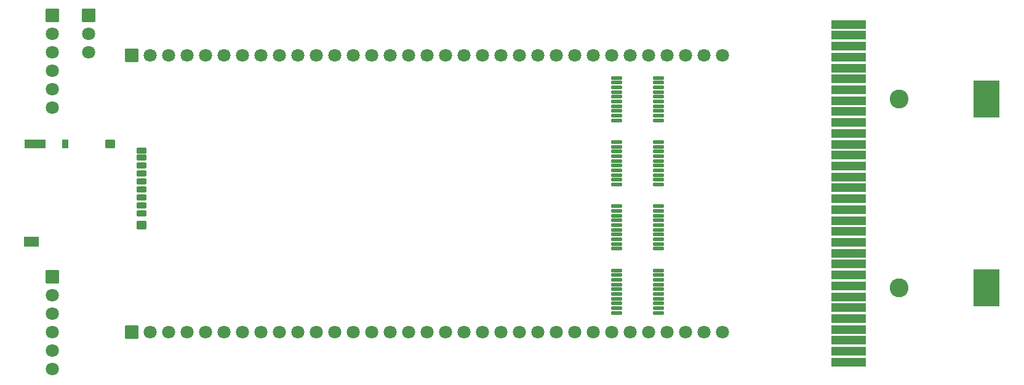
<source format=gbr>
%TF.GenerationSoftware,KiCad,Pcbnew,9.0.1*%
%TF.CreationDate,2025-04-05T14:03:07-06:00*%
%TF.ProjectId,GBDump,47424475-6d70-42e6-9b69-6361645f7063,rev?*%
%TF.SameCoordinates,Original*%
%TF.FileFunction,Soldermask,Top*%
%TF.FilePolarity,Negative*%
%FSLAX46Y46*%
G04 Gerber Fmt 4.6, Leading zero omitted, Abs format (unit mm)*
G04 Created by KiCad (PCBNEW 9.0.1) date 2025-04-05 14:03:07*
%MOMM*%
%LPD*%
G01*
G04 APERTURE LIST*
G04 Aperture macros list*
%AMRoundRect*
0 Rectangle with rounded corners*
0 $1 Rounding radius*
0 $2 $3 $4 $5 $6 $7 $8 $9 X,Y pos of 4 corners*
0 Add a 4 corners polygon primitive as box body*
4,1,4,$2,$3,$4,$5,$6,$7,$8,$9,$2,$3,0*
0 Add four circle primitives for the rounded corners*
1,1,$1+$1,$2,$3*
1,1,$1+$1,$4,$5*
1,1,$1+$1,$6,$7*
1,1,$1+$1,$8,$9*
0 Add four rect primitives between the rounded corners*
20,1,$1+$1,$2,$3,$4,$5,0*
20,1,$1+$1,$4,$5,$6,$7,0*
20,1,$1+$1,$6,$7,$8,$9,0*
20,1,$1+$1,$8,$9,$2,$3,0*%
G04 Aperture macros list end*
%ADD10RoundRect,0.125400X-0.662900X-0.125400X0.662900X-0.125400X0.662900X0.125400X-0.662900X0.125400X0*%
%ADD11RoundRect,0.050800X-0.850000X-0.850000X0.850000X-0.850000X0.850000X0.850000X-0.850000X0.850000X0*%
%ADD12C,1.801600*%
%ADD13RoundRect,0.050800X0.850000X-0.850000X0.850000X0.850000X-0.850000X0.850000X-0.850000X-0.850000X0*%
%ADD14RoundRect,0.050800X-1.750000X2.500000X-1.750000X-2.500000X1.750000X-2.500000X1.750000X2.500000X0*%
%ADD15C,2.601600*%
%ADD16RoundRect,0.050800X-2.350000X0.500000X-2.350000X-0.500000X2.350000X-0.500000X2.350000X0.500000X0*%
%ADD17RoundRect,0.050800X2.350000X-0.500000X2.350000X0.500000X-2.350000X0.500000X-2.350000X-0.500000X0*%
%ADD18RoundRect,0.050800X-0.600000X0.350000X-0.600000X-0.350000X0.600000X-0.350000X0.600000X0.350000X0*%
%ADD19RoundRect,0.050800X-0.400000X0.500000X-0.400000X-0.500000X0.400000X-0.500000X0.400000X0.500000X0*%
%ADD20RoundRect,0.050800X-0.600000X0.500000X-0.600000X-0.500000X0.600000X-0.500000X0.600000X0.500000X0*%
%ADD21RoundRect,0.050800X-1.400000X0.500000X-1.400000X-0.500000X1.400000X-0.500000X1.400000X0.500000X0*%
%ADD22RoundRect,0.050800X-0.950000X0.650000X-0.950000X-0.650000X0.950000X-0.650000X0.950000X0.650000X0*%
G04 APERTURE END LIST*
D10*
%TO.C,U3*%
X170637500Y-82408333D03*
X170637500Y-83058333D03*
X170637500Y-83708333D03*
X170637500Y-84358333D03*
X170637500Y-85008333D03*
X170637500Y-85658333D03*
X170637500Y-86308333D03*
X170637500Y-86958333D03*
X170637500Y-87608333D03*
X170637500Y-88258333D03*
X176362500Y-88258333D03*
X176362500Y-87608333D03*
X176362500Y-86958333D03*
X176362500Y-86308333D03*
X176362500Y-85658333D03*
X176362500Y-85008333D03*
X176362500Y-84358333D03*
X176362500Y-83708333D03*
X176362500Y-83058333D03*
X176362500Y-82408333D03*
%TD*%
D11*
%TO.C,J3*%
X93000000Y-65000000D03*
D12*
X93000000Y-67540000D03*
X93000000Y-70080000D03*
X93000000Y-72620000D03*
X93000000Y-75160000D03*
X93000000Y-77700000D03*
%TD*%
D10*
%TO.C,U2*%
X170637500Y-73575000D03*
X170637500Y-74225000D03*
X170637500Y-74875000D03*
X170637500Y-75525000D03*
X170637500Y-76175000D03*
X170637500Y-76825000D03*
X170637500Y-77475000D03*
X170637500Y-78125000D03*
X170637500Y-78775000D03*
X170637500Y-79425000D03*
X176362500Y-79425000D03*
X176362500Y-78775000D03*
X176362500Y-78125000D03*
X176362500Y-77475000D03*
X176362500Y-76825000D03*
X176362500Y-76175000D03*
X176362500Y-75525000D03*
X176362500Y-74875000D03*
X176362500Y-74225000D03*
X176362500Y-73575000D03*
%TD*%
D13*
%TO.C,U1*%
X103860000Y-108550000D03*
D12*
X106400000Y-108550000D03*
X108940000Y-108550000D03*
X111480000Y-108550000D03*
X114020000Y-108550000D03*
X116560000Y-108550000D03*
X119100000Y-108550000D03*
X121640000Y-108550000D03*
X124180000Y-108550000D03*
X126720000Y-108550000D03*
X129260000Y-108550000D03*
X131800000Y-108550000D03*
X134340000Y-108550000D03*
X136880000Y-108550000D03*
X139420000Y-108550000D03*
X141960000Y-108550000D03*
X144500000Y-108550000D03*
X147040000Y-108550000D03*
X149580000Y-108550000D03*
X152120000Y-108550000D03*
X154660000Y-108550000D03*
X157200000Y-108550000D03*
X159740000Y-108550000D03*
X162280000Y-108550000D03*
X164820000Y-108550000D03*
X167360000Y-108550000D03*
X169900000Y-108550000D03*
X172440000Y-108550000D03*
X174980000Y-108550000D03*
X177520000Y-108550000D03*
X180060000Y-108550000D03*
X182600000Y-108550000D03*
X185140000Y-108550000D03*
D13*
X103860000Y-70450000D03*
D12*
X106400000Y-70450000D03*
X108940000Y-70450000D03*
X111480000Y-70450000D03*
X114020000Y-70450000D03*
X116560000Y-70450000D03*
X119100000Y-70450000D03*
X121640000Y-70450000D03*
X124180000Y-70450000D03*
X126720000Y-70450000D03*
X129260000Y-70450000D03*
X131800000Y-70450000D03*
X134340000Y-70450000D03*
X136880000Y-70450000D03*
X139420000Y-70450000D03*
X141960000Y-70450000D03*
X144500000Y-70450000D03*
X147040000Y-70450000D03*
X149580000Y-70450000D03*
X152120000Y-70450000D03*
X154660000Y-70450000D03*
X157200000Y-70450000D03*
X159740000Y-70450000D03*
X162280000Y-70450000D03*
X164820000Y-70450000D03*
X167360000Y-70450000D03*
X169900000Y-70450000D03*
X172440000Y-70450000D03*
X174980000Y-70450000D03*
X177520000Y-70450000D03*
X180060000Y-70450000D03*
X182600000Y-70450000D03*
X185140000Y-70450000D03*
%TD*%
D14*
%TO.C,U5*%
X221500000Y-76475000D03*
D15*
X209500000Y-76475000D03*
D14*
X221500000Y-102475000D03*
D15*
X209500000Y-102475000D03*
D16*
X202500000Y-66225000D03*
D17*
X202500000Y-67725000D03*
X202500000Y-69225000D03*
X202500000Y-70725000D03*
X202500000Y-72225000D03*
X202500000Y-73725000D03*
X202500000Y-75225000D03*
X202500000Y-76725000D03*
X202500000Y-78225000D03*
X202500000Y-79725000D03*
X202500000Y-81225000D03*
X202500000Y-82725000D03*
X202500000Y-84225000D03*
X202500000Y-85725000D03*
X202500000Y-87225000D03*
D16*
X202500000Y-88725000D03*
D17*
X202500000Y-90225000D03*
X202500000Y-91725000D03*
X202500000Y-93225000D03*
X202500000Y-94725000D03*
X202500000Y-96225000D03*
X202500000Y-97725000D03*
X202500000Y-99225000D03*
X202500000Y-100725000D03*
X202500000Y-102225000D03*
X202500000Y-103725000D03*
X202500000Y-105225000D03*
X202500000Y-106725000D03*
X202500000Y-108225000D03*
X202500000Y-109725000D03*
X202500000Y-111225000D03*
D16*
X202500000Y-112725000D03*
%TD*%
D11*
%TO.C,JP1*%
X98000000Y-65000000D03*
D12*
X98000000Y-67540000D03*
X98000000Y-70080000D03*
%TD*%
D18*
%TO.C,J2*%
X105225000Y-92275000D03*
X105225000Y-91175000D03*
X105225000Y-90075000D03*
X105225000Y-88975000D03*
X105225000Y-87875000D03*
X105225000Y-86775000D03*
X105225000Y-85675000D03*
X105225000Y-84575000D03*
X105225000Y-83625000D03*
D19*
X94725000Y-82675000D03*
D20*
X100925000Y-82675000D03*
D21*
X90575000Y-82675000D03*
D20*
X105225000Y-93825000D03*
D22*
X90125000Y-96175000D03*
%TD*%
D10*
%TO.C,U6*%
X170637500Y-100075000D03*
X170637500Y-100725000D03*
X170637500Y-101375000D03*
X170637500Y-102025000D03*
X170637500Y-102675000D03*
X170637500Y-103325000D03*
X170637500Y-103975000D03*
X170637500Y-104625000D03*
X170637500Y-105275000D03*
X170637500Y-105925000D03*
X176362500Y-105925000D03*
X176362500Y-105275000D03*
X176362500Y-104625000D03*
X176362500Y-103975000D03*
X176362500Y-103325000D03*
X176362500Y-102675000D03*
X176362500Y-102025000D03*
X176362500Y-101375000D03*
X176362500Y-100725000D03*
X176362500Y-100075000D03*
%TD*%
%TO.C,U4*%
X170637500Y-91241667D03*
X170637500Y-91891667D03*
X170637500Y-92541667D03*
X170637500Y-93191667D03*
X170637500Y-93841667D03*
X170637500Y-94491667D03*
X170637500Y-95141667D03*
X170637500Y-95791667D03*
X170637500Y-96441667D03*
X170637500Y-97091667D03*
X176362500Y-97091667D03*
X176362500Y-96441667D03*
X176362500Y-95791667D03*
X176362500Y-95141667D03*
X176362500Y-94491667D03*
X176362500Y-93841667D03*
X176362500Y-93191667D03*
X176362500Y-92541667D03*
X176362500Y-91891667D03*
X176362500Y-91241667D03*
%TD*%
D11*
%TO.C,J1*%
X93000000Y-101000000D03*
D12*
X93000000Y-103540000D03*
X93000000Y-106080000D03*
X93000000Y-108620000D03*
X93000000Y-111160000D03*
X93000000Y-113700000D03*
%TD*%
M02*

</source>
